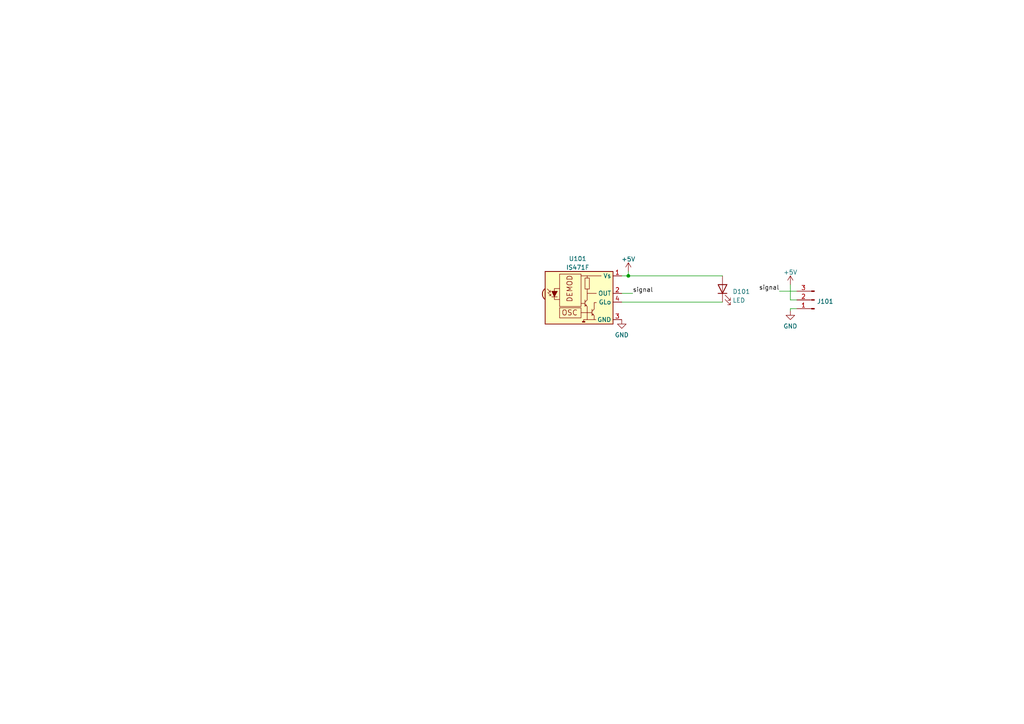
<source format=kicad_sch>
(kicad_sch (version 20211123) (generator eeschema)
  (paper "A4")
  (lib_symbols
    (symbol "Connector:Conn_01x03_Male" (pin_names (offset 1.016) hide)
      (property "Reference" "J" (at 0 5.08 0))
      (property "Value" "Conn_01x03_Male" (at 0 -5.08 0))
      (symbol "Conn_01x03_Male_1_1"
        (polyline (pts (xy 1.27 -2.54) (xy 0.8636 -2.54)) (stroke (width 0.1524)))
        (polyline (pts (xy 1.27 0) (xy 0.8636 0)) (stroke (width 0.1524)))
        (polyline (pts (xy 1.27 2.54) (xy 0.8636 2.54)) (stroke (width 0.1524)))
        (rectangle (start 0.8636 -2.413) (end 0 -2.667) (stroke (width 0.1524)) (fill (type outline)))
        (rectangle (start 0.8636 0.127) (end 0 -0.127) (stroke (width 0.1524)) (fill (type outline)))
        (rectangle (start 0.8636 2.667) (end 0 2.413) (stroke (width 0.1524)) (fill (type outline)))
        (pin passive line (at 5.08 2.54 180) (length 3.81) (name "Pin_1") (number "1"))
        (pin passive line (at 5.08 0 180) (length 3.81) (name "Pin_2") (number "2"))
        (pin passive line (at 5.08 -2.54 180) (length 3.81) (name "Pin_3") (number "3"))
      )
    )
    (symbol "Device:LED" (pin_numbers hide) (pin_names (offset 1.016) hide)
      (property "Reference" "D" (at 0 2.54 0))
      (property "Value" "LED" (at 0 -2.54 0))
      (symbol "LED_0_1"
        (polyline (pts (xy -1.27 -1.27) (xy -1.27 1.27)) (stroke (width 0.254)))
        (polyline (pts (xy -1.27 0) (xy 1.27 0)))
        (polyline (pts (xy 1.27 -1.27) (xy 1.27 1.27) (xy -1.27 0) (xy 1.27 -1.27)) (stroke (width 0.254)))
        (polyline (pts (xy -3.048 -0.762) (xy -4.572 -2.286) (xy -3.81 -2.286) (xy -4.572 -2.286) (xy -4.572 -1.524)))
        (polyline (pts (xy -1.778 -0.762) (xy -3.302 -2.286) (xy -2.54 -2.286) (xy -3.302 -2.286) (xy -3.302 -1.524)))
      )
      (symbol "LED_1_1"
        (pin passive line (at -3.81 0 0) (length 2.54) (name "K") (number "1"))
        (pin passive line (at 3.81 0 180) (length 2.54) (name "A") (number "2"))
      )
    )
    (symbol "Interface_Optical:IS471F"
      (property "Reference" "U" (at -12.065 7.62 0))
      (property "Value" "IS471F" (at 7.62 7.62 0))
      (symbol "IS471F_0_0"
        (arc (start -12.065 1.397) (mid -12.8679 -0.1852) (end -12.065 -1.778) (stroke (width 0.254)) (fill (type background)))
        (rectangle (start -7.874 -4.191) (end -1.651 -7.112))
        (rectangle (start -1.27 -8.128) (end -0.508 -8.382) (fill (type outline)))
        (polyline (pts (xy -0.889 -7.62) (xy -0.889 -8.128)))
        (polyline (pts (xy 0.127 5.08) (xy -1.651 5.08)))
        (polyline (pts (xy 2.667 -7.62) (xy -0.889 -7.62)))
        (polyline (pts (xy -0.508 -3.175) (xy 0.127 -3.81) (xy 0.127 -7.62)))
        (polyline (pts (xy 1.524 -5.842) (xy 2.159 -6.477) (xy 2.159 -7.62)))
        (text "DEMOD" (at -4.953 1.397 900) (effects (font (size 1.524 1.524))))
        (text "OSC" (at -4.953 -5.588 0) (effects (font (size 1.524 1.524))))
      )
      (symbol "IS471F_0_1"
        (rectangle (start -7.874 5.588) (end -1.651 -3.81))
        (polyline (pts (xy -10.541 0.381) (xy -11.43 1.27)))
        (polyline (pts (xy -10.541 0.381) (xy -11.049 0.381)))
        (polyline (pts (xy -10.541 0.381) (xy -10.541 0.889)))
        (polyline (pts (xy -10.414 -0.635) (xy -11.303 0.254)))
        (polyline (pts (xy -10.414 -0.635) (xy -10.922 -0.635)))
        (polyline (pts (xy -10.414 -0.635) (xy -10.414 -0.127)))
        (polyline (pts (xy -10.16 -1.016) (xy -8.509 -1.016)))
        (polyline (pts (xy -0.508 -2.921) (xy -1.651 -2.921)))
        (polyline (pts (xy -0.508 -1.905) (xy -0.508 -3.81)))
        (polyline (pts (xy -0.381 -3.556) (xy -0.254 -3.556)))
        (polyline (pts (xy -0.127 -3.556) (xy -0.254 -3.556)))
        (polyline (pts (xy -0.127 -3.556) (xy -0.127 -3.302)))
        (polyline (pts (xy 0.127 0) (xy 0.127 1.27)))
        (polyline (pts (xy 1.524 -5.588) (xy -1.651 -5.588)))
        (polyline (pts (xy 1.524 -4.572) (xy 1.524 -6.477)))
        (polyline (pts (xy 1.651 -6.223) (xy 1.778 -6.223)))
        (polyline (pts (xy 1.905 -6.223) (xy 1.778 -6.223)))
        (polyline (pts (xy 1.905 -6.223) (xy 1.905 -5.969)))
        (polyline (pts (xy 0.127 4.445) (xy 0.127 5.08) (xy 4.191 5.08)))
        (polyline (pts (xy -10.16 0.635) (xy -8.509 0.635) (xy -9.398 -1.016) (xy -10.16 0.635)) (fill (type outline)))
        (polyline (pts (xy -7.874 1.397) (xy -9.398 1.397) (xy -9.398 -1.778) (xy -7.874 -1.778)))
        (polyline (pts (xy -0.508 -2.54) (xy 0.127 -1.905) (xy 0.127 0) (xy 2.794 0)))
        (polyline (pts (xy 1.524 -5.207) (xy 2.159 -4.572) (xy 2.159 -2.667) (xy 2.794 -2.667)))
        (rectangle (start 0.762 1.27) (end -0.508 4.445))
        (rectangle (start 7.62 6.35) (end -12.065 -8.89) (stroke (width 0.254)) (fill (type background)))
      )
      (symbol "IS471F_1_1"
        (pin power_in line (at 10.16 5.08 180) (length 2.54) (name "Vs") (number "1"))
        (pin output line (at 10.16 0 180) (length 2.54) (name "OUT") (number "2"))
        (pin power_in line (at 10.16 -7.62 180) (length 2.54) (name "GND") (number "3"))
        (pin open_collector line (at 10.16 -2.54 180) (length 2.54) (name "GLo") (number "4"))
      )
    )
    (symbol "power:+5V" (power) (pin_names (offset 0))
      (property "Value" "+5V" (at 0 3.556 0))
      (symbol "+5V_0_1"
        (polyline (pts (xy -0.762 1.27) (xy 0 2.54)))
        (polyline (pts (xy 0 0) (xy 0 2.54)))
        (polyline (pts (xy 0 2.54) (xy 0.762 1.27)))
      )
      (symbol "+5V_1_1"
        (pin power_in line (at 0 0 90) (length 0) hide (name "+5V") (number "1"))
      )
    )
    (symbol "power:GND" (power) (pin_names (offset 0))
      (property "Value" "GND" (at 0 -3.81 0))
      (symbol "GND_0_1"
        (polyline (pts (xy 0 0) (xy 0 -1.27) (xy 1.27 -1.27) (xy 0 -2.54) (xy -1.27 -1.27) (xy 0 -1.27)))
      )
      (symbol "GND_1_1"
        (pin power_in line (at 0 0 270) (length 0) hide (name "GND") (number "1"))
      )
    )
  )
  (junction (at 182.245 80.01))
  (wire (pts (xy 229.235 86.995) (xy 231.14 86.995)))
  (wire (pts (xy 229.235 89.535) (xy 231.14 89.535)))
  (wire (pts (xy 229.235 90.17) (xy 229.235 89.535)))
  (wire (pts (xy 180.34 87.63) (xy 209.55 87.63)))
  (wire (pts (xy 182.245 80.01) (xy 209.55 80.01)))
  (wire (pts (xy 180.34 80.01) (xy 182.245 80.01)))
  (wire (pts (xy 180.34 85.09) (xy 183.515 85.09)))
  (wire (pts (xy 229.235 82.55) (xy 229.235 86.995)))
  (wire (pts (xy 226.06 84.455) (xy 231.14 84.455)))
  (wire (pts (xy 182.245 78.74) (xy 182.245 80.01)))
  (label "signal" (at 226.06 84.455 180))
  (label "signal" (at 183.515 85.09 0))
  (symbol (lib_id "Interface_Optical:IS471F") (at 170.18 85.09 0) (unit 1)
    (property "Reference" "U101" (at 167.556 75.0402 0))
    (property "Value" "IS471F" (at 167.556 77.5771 0))
    (property "Footprint" "OptoDevice:Sharp_IS471F" (effects hide))
    (property "Datasheet" "http://www.micropik.com/PDF/tsop17xx.pdf" (effects hide))
  )
  (symbol (lib_id "power:GND") (at 229.235 90.17 0) (unit 1)
    (property "Reference" "#PWR0101" (effects hide))
    (property "Value" "GND" (at 229.235 94.6134 0))
  )
  (symbol (lib_id "Connector:Conn_01x03_Male") (at 236.22 86.995 180) (unit 1)
    (property "Reference" "J101" (at 236.9312 87.4288 0) (effects (justify right)))
    (property "Value" "Conn_01x03_Male" (effects hide))
    (property "Footprint" "Connector_PinHeader_2.54mm:PinHeader_1x03_P2.54mm_Horizontal" (effects hide))
  )
  (symbol (lib_id "power:GND") (at 180.34 92.71 0) (unit 1)
    (property "Reference" "#PWR0103" (effects hide))
    (property "Value" "GND" (at 180.34 97.1534 0))
  )
  (symbol (lib_id "Device:LED") (at 209.55 83.82 90) (unit 1)
    (property "Reference" "D101" (at 212.471 84.5728 90) (effects (justify right)))
    (property "Value" "LED" (at 212.471 87.1097 90) (effects (justify right)))
    (property "Footprint" "LED_THT:LED_D3.0mm" (effects hide))
  )
  (symbol (lib_id "power:+5V") (at 229.235 82.55 0) (unit 1)
    (property "Reference" "#PWR0102" (effects hide))
    (property "Value" "+5V" (at 229.235 78.9742 0))
  )
  (symbol (lib_id "power:+5V") (at 182.245 78.74 0) (unit 1)
    (property "Reference" "#PWR0104" (effects hide))
    (property "Value" "+5V" (at 182.245 75.1642 0))
  )
)
</source>
